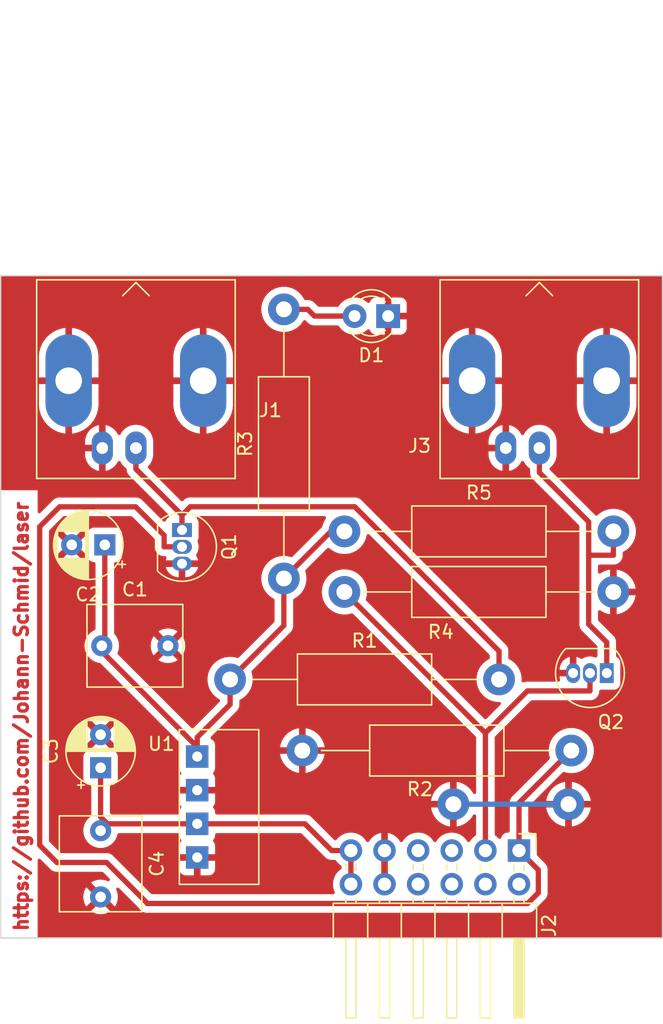
<source format=kicad_pcb>
(kicad_pcb (version 20221018) (generator pcbnew)
  (layers (0 "F.Cu" signal) (31 "B.Cu" signal) (34 "B.Paste" user) (35 "F.Paste" user) (36 "B.SilkS" user "B.Silkscreen") (37 "F.SilkS" user "F.Silkscreen") (38 "B.Mask" user) (39 "F.Mask" user) (44 "Edge.Cuts" user))
  (net 0 "")
  (net 1 "+5V")
  (net 2 "GND")
  (net 3 "Net-(D1-A)")
  (net 4 "Net-(J1-In)")
  (net 5 "Net-(J2-Pin_1)")
  (net 7 "LaserIn")
  (net 13 "+3.3V")
  (net 14 "Net-(J3-In)")
  (footprint "Connector_PinHeader_2.54mm:PinHeader_2x06_P2.54mm_Horizontal" (layer "F.Cu") (at 163.56 119.6 -90)
    (fp_text reference "J2" (at 5.655 -2.27 90) (layer "F.SilkS"))
    (fp_text value "Conn_02x06")
    (fp_line (start -1.27 -1.27) (end 0 -1.27) (stroke (width 0.12)) (layer "F.SilkS"))
    (fp_line (start -1.27 0) (end -1.27 -1.27) (stroke (width 0.12)) (layer "F.SilkS"))
    (fp_line (start 1.042929 2.16) (end 1.497071 2.16) (stroke (width 0.12)) (layer "F.SilkS"))
    (fp_line (start 1.042929 2.92) (end 1.497071 2.92) (stroke (width 0.12)) (layer "F.SilkS"))
    (fp_line (start 1.042929 4.7) (end 1.497071 4.7) (stroke (width 0.12)) (layer "F.SilkS"))
    (fp_line (start 1.042929 5.46) (end 1.497071 5.46) (stroke (width 0.12)) (layer "F.SilkS"))
    (fp_line (start 1.042929 7.24) (end 1.497071 7.24) (stroke (width 0.12)) (layer "F.SilkS"))
    (fp_line (start 1.042929 8) (end 1.497071 8) (stroke (width 0.12)) (layer "F.SilkS"))
    (fp_line (start 1.042929 9.78) (end 1.497071 9.78) (stroke (width 0.12)) (layer "F.SilkS"))
    (fp_line (start 1.042929 10.54) (end 1.497071 10.54) (stroke (width 0.12)) (layer "F.SilkS"))
    (fp_line (start 1.042929 12.32) (end 1.497071 12.32) (stroke (width 0.12)) (layer "F.SilkS"))
    (fp_line (start 1.042929 13.08) (end 1.497071 13.08) (stroke (width 0.12)) (layer "F.SilkS"))
    (fp_line (start 1.11 -0.38) (end 1.497071 -0.38) (stroke (width 0.12)) (layer "F.SilkS"))
    (fp_line (start 1.11 0.38) (end 1.497071 0.38) (stroke (width 0.12)) (layer "F.SilkS"))
    (fp_line (start 3.582929 -0.38) (end 3.98 -0.38) (stroke (width 0.12)) (layer "F.SilkS"))
    (fp_line (start 3.582929 0.38) (end 3.98 0.38) (stroke (width 0.12)) (layer "F.SilkS"))
    (fp_line (start 3.582929 2.16) (end 3.98 2.16) (stroke (width 0.12)) (layer "F.SilkS"))
    (fp_line (start 3.582929 2.92) (end 3.98 2.92) (stroke (width 0.12)) (layer "F.SilkS"))
    (fp_line (start 3.582929 4.7) (end 3.98 4.7) (stroke (width 0.12)) (layer "F.SilkS"))
    (fp_line (start 3.582929 5.46) (end 3.98 5.46) (stroke (width 0.12)) (layer "F.SilkS"))
    (fp_line (start 3.582929 7.24) (end 3.98 7.24) (stroke (width 0.12)) (layer "F.SilkS"))
    (fp_line (start 3.582929 8) (end 3.98 8) (stroke (width 0.12)) (layer "F.SilkS"))
    (fp_line (start 3.582929 9.78) (end 3.98 9.78) (stroke (width 0.12)) (layer "F.SilkS"))
    (fp_line (start 3.582929 10.54) (end 3.98 10.54) (stroke (width 0.12)) (layer "F.SilkS"))
    (fp_line (start 3.582929 12.32) (end 3.98 12.32) (stroke (width 0.12)) (layer "F.SilkS"))
    (fp_line (start 3.582929 13.08) (end 3.98 13.08) (stroke (width 0.12)) (layer "F.SilkS"))
    (fp_line (start 3.98 -1.33) (end 3.98 14.03) (stroke (width 0.12)) (layer "F.SilkS"))
    (fp_line (start 3.98 1.27) (end 6.64 1.27) (stroke (width 0.12)) (layer "F.SilkS"))
    (fp_line (start 3.98 3.81) (end 6.64 3.81) (stroke (width 0.12)) (layer "F.SilkS"))
    (fp_line (start 3.98 6.35) (end 6.64 6.35) (stroke (width 0.12)) (layer "F.SilkS"))
    (fp_line (start 3.98 8.89) (end 6.64 8.89) (stroke (width 0.12)) (layer "F.SilkS"))
    (fp_line (start 3.98 11.43) (end 6.64 11.43) (stroke (width 0.12)) (layer "F.SilkS"))
    (fp_line (start 3.98 14.03) (end 6.64 14.03) (stroke (width 0.12)) (layer "F.SilkS"))
    (fp_line (start 6.64 -1.33) (end 3.98 -1.33) (stroke (width 0.12)) (layer "F.SilkS"))
    (fp_line (start 6.64 -0.38) (end 12.64 -0.38) (stroke (width 0.12)) (layer "F.SilkS"))
    (fp_line (start 6.64 -0.32) (end 12.64 -0.32) (stroke (width 0.12)) (layer "F.SilkS"))
    (fp_line (start 6.64 -0.2) (end 12.64 -0.2) (stroke (width 0.12)) (layer "F.SilkS"))
    (fp_line (start 6.64 -0.08) (end 12.64 -0.08) (stroke (width 0.12)) (layer "F.SilkS"))
    (fp_line (start 6.64 0.04) (end 12.64 0.04) (stroke (width 0.12)) (layer "F.SilkS"))
    (fp_line (start 6.64 0.16) (end 12.64 0.16) (stroke (width 0.12)) (layer "F.SilkS"))
    (fp_line (start 6.64 0.28) (end 12.64 0.28) (stroke (width 0.12)) (layer "F.SilkS"))
    (fp_line (start 6.64 2.16) (end 12.64 2.16) (stroke (width 0.12)) (layer "F.SilkS"))
    (fp_line (start 6.64 4.7) (end 12.64 4.7) (stroke (width 0.12)) (layer "F.SilkS"))
    (fp_line (start 6.64 7.24) (end 12.64 7.24) (stroke (width 0.12)) (layer "F.SilkS"))
    (fp_line (start 6.64 9.78) (end 12.64 9.78) (stroke (width 0.12)) (layer "F.SilkS"))
    (fp_line (start 6.64 12.32) (end 12.64 12.32) (stroke (width 0.12)) (layer "F.SilkS"))
    (fp_line (start 6.64 14.03) (end 6.64 -1.33) (stroke (width 0.12)) (layer "F.SilkS"))
    (fp_line (start 12.64 -0.38) (end 12.64 0.38) (stroke (width 0.12)) (layer "F.SilkS"))
    (fp_line (start 12.64 0.38) (end 6.64 0.38) (stroke (width 0.12)) (layer "F.SilkS"))
    (fp_line (start 12.64 2.16) (end 12.64 2.92) (stroke (width 0.12)) (layer "F.SilkS"))
    (fp_line (start 12.64 2.92) (end 6.64 2.92) (stroke (width 0.12)) (layer "F.SilkS"))
    (fp_line (start 12.64 4.7) (end 12.64 5.46) (stroke (width 0.12)) (layer "F.SilkS"))
    (fp_line (start 12.64 5.46) (end 6.64 5.46) (stroke (width 0.12)) (layer "F.SilkS"))
    (fp_line (start 12.64 7.24) (end 12.64 8) (stroke (width 0.12)) (layer "F.SilkS"))
    (fp_line (start 12.64 8) (end 6.64 8) (stroke (width 0.12)) (layer "F.SilkS"))
    (fp_line (start 12.64 9.78) (end 12.64 10.54) (stroke (width 0.12)) (layer "F.SilkS"))
    (fp_line (start 12.64 10.54) (end 6.64 10.54) (stroke (width 0.12)) (layer "F.SilkS"))
    (fp_line (start 12.64 12.32) (end 12.64 13.08) (stroke (width 0.12)) (layer "F.SilkS"))
    (fp_line (start 12.64 13.08) (end 6.64 13.08) (stroke (width 0.12)) (layer "F.SilkS"))
    (pad "1" thru_hole rect (at 0 0 270) (size 1.7 1.7) (drill 1) (layers "*.Cu" "*.Mask") (net 5 "Net-(J2-Pin_1)"))
    (pad "2" thru_hole oval (at 2.54 0 270) (size 1.7 1.7) (drill 1) (layers "*.Cu" "*.Mask"))
    (pad "3" thru_hole oval (at 0 2.54 270) (size 1.7 1.7) (drill 1) (layers "*.Cu" "*.Mask") (net 7 "LaserIn"))
    (pad "4" thru_hole oval (at 2.54 2.54 270) (size 1.7 1.7) (drill 1) (layers "*.Cu" "*.Mask"))
    (pad "5" thru_hole oval (at 0 5.08 270) (size 1.7 1.7) (drill 1) (layers "*.Cu" "*.Mask"))
    (pad "6" thru_hole oval (at 2.54 5.08 270) (size 1.7 1.7) (drill 1) (layers "*.Cu" "*.Mask"))
    (pad "7" thru_hole oval (at 0 7.62 270) (size 1.7 1.7) (drill 1) (layers "*.Cu" "*.Mask"))
    (pad "8" thru_hole oval (at 2.54 7.62 270) (size 1.7 1.7) (drill 1) (layers "*.Cu" "*.Mask"))
    (pad "9" thru_hole oval (at 0 10.16 270) (size 1.7 1.7) (drill 1) (layers "*.Cu" "*.Mask") (net 2 "GND"))
    (pad "10" thru_hole oval (at 2.54 10.16 270) (size 1.7 1.7) (drill 1) (layers "*.Cu" "*.Mask") (net 2 "GND"))
    (pad "11" thru_hole oval (at 0 12.7 270) (size 1.7 1.7) (drill 1) (layers "*.Cu" "*.Mask") (net 13 "+3.3V"))
    (pad "12" thru_hole oval (at 2.54 12.7 270) (size 1.7 1.7) (drill 1) (layers "*.Cu" "*.Mask") (net 13 "+3.3V"))
  )
  (footprint "" (layer "F.Cu") (at 167.3 116.1)
    (fp_text reference "" (at 0 0) (layer "F.SilkS") (effects (font (size 1.27 1.27))))
    (fp_text value "" (at 0 0) (layer "F.SilkS") (effects (font (size 1.27 1.27))))
    (pad "2" thru_hole oval (at 0 0 180) (size 2.4 2.4) (drill 1.2) (layers "*.Cu" "*.Mask") (net 2 "GND"))
  )
  (footprint "" (layer "F.Cu") (at 158.6 116.1)
    (fp_text reference "" (at 0 0) (layer "F.SilkS") (effects (font (size 1.27 1.27))))
    (fp_text value "" (at 0 0) (layer "F.SilkS") (effects (font (size 1.27 1.27))))
    (pad "2" thru_hole oval (at 0 0 180) (size 2.4 2.4) (drill 1.2) (layers "*.Cu" "*.Mask") (net 2 "GND"))
  )
  (footprint "Capacitor_THT:CP_Radial_D5.0mm_P2.50mm" (layer "F.Cu") (at 131.95 113.35 90)
    (fp_text reference "C3" (at 1.25 -3.75 90) (layer "F.SilkS"))
    (fp_text value "10u")
    (fp_line (start -1.554775 -1.475) (end -1.054775 -1.475) (stroke (width 0.12)) (layer "F.SilkS"))
    (fp_line (start -1.304775 -1.725) (end -1.304775 -1.225) (stroke (width 0.12)) (layer "F.SilkS"))
    (fp_line (start 1.25 -2.58) (end 1.25 2.58) (stroke (width 0.12)) (layer "F.SilkS"))
    (fp_line (start 1.29 -2.58) (end 1.29 2.58) (stroke (width 0.12)) (layer "F.SilkS"))
    (fp_line (start 1.33 -2.579) (end 1.33 2.579) (stroke (width 0.12)) (layer "F.SilkS"))
    (fp_line (start 1.37 -2.578) (end 1.37 2.578) (stroke (width 0.12)) (layer "F.SilkS"))
    (fp_line (start 1.41 -2.576) (end 1.41 2.576) (stroke (width 0.12)) (layer "F.SilkS"))
    (fp_line (start 1.45 -2.573) (end 1.45 2.573) (stroke (width 0.12)) (layer "F.SilkS"))
    (fp_line (start 1.49 -2.569) (end 1.49 -1.04) (stroke (width 0.12)) (layer "F.SilkS"))
    (fp_line (start 1.49 1.04) (end 1.49 2.569) (stroke (width 0.12)) (layer "F.SilkS"))
    (fp_line (start 1.53 -2.565) (end 1.53 -1.04) (stroke (width 0.12)) (layer "F.SilkS"))
    (fp_line (start 1.53 1.04) (end 1.53 2.565) (stroke (width 0.12)) (layer "F.SilkS"))
    (fp_line (start 1.57 -2.561) (end 1.57 -1.04) (stroke (width 0.12)) (layer "F.SilkS"))
    (fp_line (start 1.57 1.04) (end 1.57 2.561) (stroke (width 0.12)) (layer "F.SilkS"))
    (fp_line (start 1.61 -2.556) (end 1.61 -1.04) (stroke (width 0.12)) (layer "F.SilkS"))
    (fp_line (start 1.61 1.04) (end 1.61 2.556) (stroke (width 0.12)) (layer "F.SilkS"))
    (fp_line (start 1.65 -2.55) (end 1.65 -1.04) (stroke (width 0.12)) (layer "F.SilkS"))
    (fp_line (start 1.65 1.04) (end 1.65 2.55) (stroke (width 0.12)) (layer "F.SilkS"))
    (fp_line (start 1.69 -2.543) (end 1.69 -1.04) (stroke (width 0.12)) (layer "F.SilkS"))
    (fp_line (start 1.69 1.04) (end 1.69 2.543) (stroke (width 0.12)) (layer "F.SilkS"))
    (fp_line (start 1.73 -2.536) (end 1.73 -1.04) (stroke (width 0.12)) (layer "F.SilkS"))
    (fp_line (start 1.73 1.04) (end 1.73 2.536) (stroke (width 0.12)) (layer "F.SilkS"))
    (fp_line (start 1.77 -2.528) (end 1.77 -1.04) (stroke (width 0.12)) (layer "F.SilkS"))
    (fp_line (start 1.77 1.04) (end 1.77 2.528) (stroke (width 0.12)) (layer "F.SilkS"))
    (fp_line (start 1.81 -2.52) (end 1.81 -1.04) (stroke (width 0.12)) (layer "F.SilkS"))
    (fp_line (start 1.81 1.04) (end 1.81 2.52) (stroke (width 0.12)) (layer "F.SilkS"))
    (fp_line (start 1.85 -2.511) (end 1.85 -1.04) (stroke (width 0.12)) (layer "F.SilkS"))
    (fp_line (start 1.85 1.04) (end 1.85 2.511) (stroke (width 0.12)) (layer "F.SilkS"))
    (fp_line (start 1.89 -2.501) (end 1.89 -1.04) (stroke (width 0.12)) (layer "F.SilkS"))
    (fp_line (start 1.89 1.04) (end 1.89 2.501) (stroke (width 0.12)) (layer "F.SilkS"))
    (fp_line (start 1.93 -2.491) (end 1.93 -1.04) (stroke (width 0.12)) (layer "F.SilkS"))
    (fp_line (start 1.93 1.04) (end 1.93 2.491) (stroke (width 0.12)) (layer "F.SilkS"))
    (fp_line (start 1.971 -2.48) (end 1.971 -1.04) (stroke (width 0.12)) (layer "F.SilkS"))
    (fp_line (start 1.971 1.04) (end 1.971 2.48) (stroke (width 0.12)) (layer "F.SilkS"))
    (fp_line (start 2.011 -2.468) (end 2.011 -1.04) (stroke (width 0.12)) (layer "F.SilkS"))
    (fp_line (start 2.011 1.04) (end 2.011 2.468) (stroke (width 0.12)) (layer "F.SilkS"))
    (fp_line (start 2.051 -2.455) (end 2.051 -1.04) (stroke (width 0.12)) (layer "F.SilkS"))
    (fp_line (start 2.051 1.04) (end 2.051 2.455) (stroke (width 0.12)) (layer "F.SilkS"))
    (fp_line (start 2.091 -2.442) (end 2.091 -1.04) (stroke (width 0.12)) (layer "F.SilkS"))
    (fp_line (start 2.091 1.04) (end 2.091 2.442) (stroke (width 0.12)) (layer "F.SilkS"))
    (fp_line (start 2.131 -2.428) (end 2.131 -1.04) (stroke (width 0.12)) (layer "F.SilkS"))
    (fp_line (start 2.131 1.04) (end 2.131 2.428) (stroke (width 0.12)) (layer "F.SilkS"))
    (fp_line (start 2.171 -2.414) (end 2.171 -1.04) (stroke (width 0.12)) (layer "F.SilkS"))
    (fp_line (start 2.171 1.04) (end 2.171 2.414) (stroke (width 0.12)) (layer "F.SilkS"))
    (fp_line (start 2.211 -2.398) (end 2.211 -1.04) (stroke (width 0.12)) (layer "F.SilkS"))
    (fp_line (start 2.211 1.04) (end 2.211 2.398) (stroke (width 0.12)) (layer "F.SilkS"))
    (fp_line (start 2.251 -2.382) (end 2.251 -1.04) (stroke (width 0.12)) (layer "F.SilkS"))
    (fp_line (start 2.251 1.04) (end 2.251 2.382) (stroke (width 0.12)) (layer "F.SilkS"))
    (fp_line (start 2.291 -2.365) (end 2.291 -1.04) (stroke (width 0.12)) (layer "F.SilkS"))
    (fp_line (start 2.291 1.04) (end 2.291 2.365) (stroke (width 0.12)) (layer "F.SilkS"))
    (fp_line (start 2.331 -2.348) (end 2.331 -1.04) (stroke (width 0.12)) (layer "F.SilkS"))
    (fp_line (start 2.331 1.04) (end 2.331 2.348) (stroke (width 0.12)) (layer "F.SilkS"))
    (fp_line (start 2.371 -2.329) (end 2.371 -1.04) (stroke (width 0.12)) (layer "F.SilkS"))
    (fp_line (start 2.371 1.04) (end 2.371 2.329) (stroke (width 0.12)) (layer "F.SilkS"))
    (fp_line (start 2.411 -2.31) (end 2.411 -1.04) (stroke (width 0.12)) (layer "F.SilkS"))
    (fp_line (start 2.411 1.04) (end 2.411 2.31) (stroke (width 0.12)) (layer "F.SilkS"))
    (fp_line (start 2.451 -2.29) (end 2.451 -1.04) (stroke (width 0.12)) (layer "F.SilkS"))
    (fp_line (start 2.451 1.04) (end 2.451 2.29) (stroke (width 0.12)) (layer "F.SilkS"))
    (fp_line (start 2.491 -2.268) (end 2.491 -1.04) (stroke (width 0.12)) (layer "F.SilkS"))
    (fp_line (start 2.491 1.04) (end 2.491 2.268) (stroke (width 0.12)) (layer "F.SilkS"))
    (fp_line (start 2.531 -2.247) (end 2.531 -1.04) (stroke (width 0.12)) (layer "F.SilkS"))
    (fp_line (start 2.531 1.04) (end 2.531 2.247) (stroke (width 0.12)) (layer "F.SilkS"))
    (fp_line (start 2.571 -2.224) (end 2.571 -1.04) (stroke (width 0.12)) (layer "F.SilkS"))
    (fp_line (start 2.571 1.04) (end 2.571 2.224) (stroke (width 0.12)) (layer "F.SilkS"))
    (fp_line (start 2.611 -2.2) (end 2.611 -1.04) (stroke (width 0.12)) (layer "F.SilkS"))
    (fp_line (start 2.611 1.04) (end 2.611 2.2) (stroke (width 0.12)) (layer "F.SilkS"))
    (fp_line (start 2.651 -2.175) (end 2.651 -1.04) (stroke (width 0.12)) (layer "F.SilkS"))
    (fp_line (start 2.651 1.04) (end 2.651 2.175) (stroke (width 0.12)) (layer "F.SilkS"))
    (fp_line (start 2.691 -2.149) (end 2.691 -1.04) (stroke (width 0.12)) (layer "F.SilkS"))
    (fp_line (start 2.691 1.04) (end 2.691 2.149) (stroke (width 0.12)) (layer "F.SilkS"))
    (fp_line (start 2.731 -2.122) (end 2.731 -1.04) (stroke (width 0.12)) (layer "F.SilkS"))
    (fp_line (start 2.731 1.04) (end 2.731 2.122) (stroke (width 0.12)) (layer "F.SilkS"))
    (fp_line (start 2.771 -2.095) (end 2.771 -1.04) (stroke (width 0.12)) (layer "F.SilkS"))
    (fp_line (start 2.771 1.04) (end 2.771 2.095) (stroke (width 0.12)) (layer "F.SilkS"))
    (fp_line (start 2.811 -2.065) (end 2.811 -1.04) (stroke (width 0.12)) (layer "F.SilkS"))
    (fp_line (start 2.811 1.04) (end 2.811 2.065) (stroke (width 0.12)) (layer "F.SilkS"))
    (fp_line (start 2.851 -2.035) (end 2.851 -1.04) (stroke (width 0.12)) (layer "F.SilkS"))
    (fp_line (start 2.851 1.04) (end 2.851 2.035) (stroke (width 0.12)) (layer "F.SilkS"))
    (fp_line (start 2.891 -2.004) (end 2.891 -1.04) (stroke (width 0.12)) (layer "F.SilkS"))
    (fp_line (start 2.891 1.04) (end 2.891 2.004) (stroke (width 0.12)) (layer "F.SilkS"))
    (fp_line (start 2.931 -1.971) (end 2.931 -1.04) (stroke (width 0.12)) (layer "F.SilkS"))
    (fp_line (start 2.931 1.04) (end 2.931 1.971) (stroke (width 0.12)) (layer "F.SilkS"))
    (fp_line (start 2.971 -1.937) (end 2.971 -1.04) (stroke (width 0.12)) (layer "F.SilkS"))
    (fp_line (start 2.971 1.04) (end 2.971 1.937) (stroke (width 0.12)) (layer "F.SilkS"))
    (fp_line (start 3.011 -1.901) (end 3.011 -1.04) (stroke (width 0.12)) (layer "F.SilkS"))
    (fp_line (start 3.011 1.04) (end 3.011 1.901) (stroke (width 0.12)) (layer "F.SilkS"))
    (fp_line (start 3.051 -1.864) (end 3.051 -1.04) (stroke (width 0.12)) (layer "F.SilkS"))
    (fp_line (start 3.051 1.04) (end 3.051 1.864) (stroke (width 0.12)) (layer "F.SilkS"))
    (fp_line (start 3.091 -1.826) (end 3.091 -1.04) (stroke (width 0.12)) (layer "F.SilkS"))
    (fp_line (start 3.091 1.04) (end 3.091 1.826) (stroke (width 0.12)) (layer "F.SilkS"))
    (fp_line (start 3.131 -1.785) (end 3.131 -1.04) (stroke (width 0.12)) (layer "F.SilkS"))
    (fp_line (start 3.131 1.04) (end 3.131 1.785) (stroke (width 0.12)) (layer "F.SilkS"))
    (fp_line (start 3.171 -1.743) (end 3.171 -1.04) (stroke (width 0.12)) (layer "F.SilkS"))
    (fp_line (start 3.171 1.04) (end 3.171 1.743) (stroke (width 0.12)) (layer "F.SilkS"))
    (fp_line (start 3.211 -1.699) (end 3.211 -1.04) (stroke (width 0.12)) (layer "F.SilkS"))
    (fp_line (start 3.211 1.04) (end 3.211 1.699) (stroke (width 0.12)) (layer "F.SilkS"))
    (fp_line (start 3.251 -1.653) (end 3.251 -1.04) (stroke (width 0.12)) (layer "F.SilkS"))
    (fp_line (start 3.251 1.04) (end 3.251 1.653) (stroke (width 0.12)) (layer "F.SilkS"))
    (fp_line (start 3.291 -1.605) (end 3.291 -1.04) (stroke (width 0.12)) (layer "F.SilkS"))
    (fp_line (start 3.291 1.04) (end 3.291 1.605) (stroke (width 0.12)) (layer "F.SilkS"))
    (fp_line (start 3.331 -1.554) (end 3.331 -1.04) (stroke (width 0.12)) (layer "F.SilkS"))
    (fp_line (start 3.331 1.04) (end 3.331 1.554) (stroke (width 0.12)) (layer "F.SilkS"))
    (fp_line (start 3.371 -1.5) (end 3.371 -1.04) (stroke (width 0.12)) (layer "F.SilkS"))
    (fp_line (start 3.371 1.04) (end 3.371 1.5) (stroke (width 0.12)) (layer "F.SilkS"))
    (fp_line (start 3.411 -1.443) (end 3.411 -1.04) (stroke (width 0.12)) (layer "F.SilkS"))
    (fp_line (start 3.411 1.04) (end 3.411 1.443) (stroke (width 0.12)) (layer "F.SilkS"))
    (fp_line (start 3.451 -1.383) (end 3.451 -1.04) (stroke (width 0.12)) (layer "F.SilkS"))
    (fp_line (start 3.451 1.04) (end 3.451 1.383) (stroke (width 0.12)) (layer "F.SilkS"))
    (fp_line (start 3.491 -1.319) (end 3.491 -1.04) (stroke (width 0.12)) (layer "F.SilkS"))
    (fp_line (start 3.491 1.04) (end 3.491 1.319) (stroke (width 0.12)) (layer "F.SilkS"))
    (fp_line (start 3.531 -1.251) (end 3.531 -1.04) (stroke (width 0.12)) (layer "F.SilkS"))
    (fp_line (start 3.531 1.04) (end 3.531 1.251) (stroke (width 0.12)) (layer "F.SilkS"))
    (fp_line (start 3.571 -1.178) (end 3.571 1.178) (stroke (width 0.12)) (layer "F.SilkS"))
    (fp_line (start 3.611 -1.098) (end 3.611 1.098) (stroke (width 0.12)) (layer "F.SilkS"))
    (fp_line (start 3.651 -1.011) (end 3.651 1.011) (stroke (width 0.12)) (layer "F.SilkS"))
    (fp_line (start 3.691 -0.915) (end 3.691 0.915) (stroke (width 0.12)) (layer "F.SilkS"))
    (fp_line (start 3.731 -0.805) (end 3.731 0.805) (stroke (width 0.12)) (layer "F.SilkS"))
    (fp_line (start 3.771 -0.677) (end 3.771 0.677) (stroke (width 0.12)) (layer "F.SilkS"))
    (fp_line (start 3.811 -0.518) (end 3.811 0.518) (stroke (width 0.12)) (layer "F.SilkS"))
    (fp_line (start 3.851 -0.284) (end 3.851 0.284) (stroke (width 0.12)) (layer "F.SilkS"))
    (fp_circle (center 1.25 0) (end 3.87 0) (stroke (width 0.12)) (fill none) (layer "F.SilkS"))
    (pad "1" thru_hole rect (at 0 0 90) (size 1.6 1.6) (drill 0.8) (layers "*.Cu" "*.Mask") (net 13 "+3.3V"))
    (pad "2" thru_hole circle (at 2.5 0 90) (size 1.6 1.6) (drill 0.8) (layers "*.Cu" "*.Mask") (net 2 "GND"))
  )
  (footprint "Resistor_THT:R_Axial_DIN0411_L9.9mm_D3.6mm_P20.32mm_Horizontal" (layer "F.Cu") (at 145.796 99.06 90)
    (fp_text reference "R3" (at 10.16 -2.92 90) (layer "F.SilkS"))
    (fp_text value "1.5k")
    (fp_line (start 1.44 0) (end 5.09 0) (stroke (width 0.12)) (layer "F.SilkS"))
    (fp_line (start 5.09 -1.92) (end 5.09 1.92) (stroke (width 0.12)) (layer "F.SilkS"))
    (fp_line (start 5.09 1.92) (end 15.23 1.92) (stroke (width 0.12)) (layer "F.SilkS"))
    (fp_line (start 15.23 -1.92) (end 5.09 -1.92) (stroke (width 0.12)) (layer "F.SilkS"))
    (fp_line (start 15.23 1.92) (end 15.23 -1.92) (stroke (width 0.12)) (layer "F.SilkS"))
    (fp_line (start 18.88 0) (end 15.23 0) (stroke (width 0.12)) (layer "F.SilkS"))
    (pad "1" thru_hole circle (at 0 0 90) (size 2.4 2.4) (drill 1.2) (layers "*.Cu" "*.Mask") (net 1 "+5V"))
    (pad "2" thru_hole oval (at 20.32 0 90) (size 2.4 2.4) (drill 1.2) (layers "*.Cu" "*.Mask") (net 3 "Net-(D1-A)"))
  )
  (footprint "Connector_Coaxial:BNC_Amphenol_B6252HB-NPP3G-50_Horizontal" (layer "F.Cu") (at 134.62 89.21)
    (fp_text reference "J1" (at 10.16 -2.85) (layer "F.SilkS"))
    (fp_text value "Conn_Coaxial")
    (fp_line (start -7.5 -12.7) (end 7.5 -12.7) (stroke (width 0.12)) (layer "F.SilkS"))
    (fp_line (start -7.5 2.3) (end -7.5 -12.7) (stroke (width 0.12)) (layer "F.SilkS"))
    (fp_line (start 0 -12.5) (end -1 -11.5) (stroke (width 0.12)) (layer "F.SilkS"))
    (fp_line (start 0 -12.5) (end 1 -11.5) (stroke (width 0.12)) (layer "F.SilkS"))
    (fp_line (start 7.5 -12.7) (end 7.5 2.3) (stroke (width 0.12)) (layer "F.SilkS"))
    (fp_line (start 7.5 2.3) (end -7.5 2.3) (stroke (width 0.12)) (layer "F.SilkS"))
    (pad "1" thru_hole oval (at 0 0) (size 1.6 2.5) (drill 0.89) (layers "*.Cu" "*.Mask") (net 4 "Net-(J1-In)"))
    (pad "2" thru_hole oval (at -5.08 -5.08) (size 3.5 7) (drill 2.01) (layers "*.Cu" "*.Mask") (net 2 "GND"))
    (pad "2" thru_hole oval (at -2.54 0) (size 1.6 2.5) (drill 0.89) (layers "*.Cu" "*.Mask") (net 2 "GND"))
    (pad "2" thru_hole oval (at 5.08 -5.08) (size 3.5 7) (drill 2.01) (layers "*.Cu" "*.Mask") (net 2 "GND"))
  )
  (footprint "Resistor_THT:R_Axial_DIN0411_L9.9mm_D3.6mm_P20.32mm_Horizontal" (layer "F.Cu") (at 167.51 112.05 180)
    (fp_text reference "R2" (at 11.444 -2.924) (layer "F.SilkS"))
    (fp_text value "1M")
    (fp_line (start 1.44 0) (end 5.09 0) (stroke (width 0.12)) (layer "F.SilkS"))
    (fp_line (start 5.09 -1.92) (end 5.09 1.92) (stroke (width 0.12)) (layer "F.SilkS"))
    (fp_line (start 5.09 1.92) (end 15.23 1.92) (stroke (width 0.12)) (layer "F.SilkS"))
    (fp_line (start 15.23 -1.92) (end 5.09 -1.92) (stroke (width 0.12)) (layer "F.SilkS"))
    (fp_line (start 15.23 1.92) (end 15.23 -1.92) (stroke (width 0.12)) (layer "F.SilkS"))
    (fp_line (start 18.88 0) (end 15.23 0) (stroke (width 0.12)) (layer "F.SilkS"))
    (pad "1" thru_hole circle (at 0 0 180) (size 2.4 2.4) (drill 1.2) (layers "*.Cu" "*.Mask") (net 5 "Net-(J2-Pin_1)"))
    (pad "2" thru_hole oval (at 20.32 0 180) (size 2.4 2.4) (drill 1.2) (layers "*.Cu" "*.Mask") (net 2 "GND"))
  )
  (footprint "Package_TO_SOT_THT:TO-92_Inline" (layer "F.Cu") (at 170.19 106.2 180)
    (fp_text reference "Q2" (at -0.31 -3.7) (layer "F.SilkS"))
    (fp_text value "BS170")
    (fp_line (start -0.53 1.85) (end 3.07 1.85) (stroke (width 0.12)) (layer "F.SilkS"))
    (fp_arc (start -0.568478 1.838478) (mid -1.132087 -0.994977) (end 1.27 -2.6) (stroke (width 0.12)) (layer "F.SilkS"))
    (fp_arc (start 1.27 -2.6) (mid 3.672087 -0.994977) (end 3.108478 1.838478) (stroke (width 0.12)) (layer "F.SilkS"))
    (pad "1" thru_hole rect (at 0 0 180) (size 1.05 1.5) (drill 0.75) (layers "*.Cu" "*.Mask") (net 14 "Net-(J3-In)"))
    (pad "2" thru_hole oval (at 1.27 0 180) (size 1.05 1.5) (drill 0.75) (layers "*.Cu" "*.Mask") (net 7 "LaserIn"))
    (pad "3" thru_hole oval (at 2.54 0 180) (size 1.05 1.5) (drill 0.75) (layers "*.Cu" "*.Mask") (net 2 "GND"))
  )
  (footprint "LED_THT:LED_D3.0mm" (layer "F.Cu") (at 153.675 79.248 180)
    (fp_text reference "D1" (at 1.27 -2.96) (layer "F.SilkS"))
    (fp_text value "LED")
    (fp_line (start -0.29 -1.236) (end -0.29 -1.08) (stroke (width 0.12)) (layer "F.SilkS"))
    (fp_line (start -0.29 1.08) (end -0.29 1.236) (stroke (width 0.12)) (layer "F.SilkS"))
    (fp_arc (start -0.29 -1.235516) (mid 1.366487 -1.987659) (end 2.942335 -1.078608) (stroke (width 0.12)) (layer "F.SilkS"))
    (fp_arc (start 0.229039 -1.08) (mid 1.270117 -1.5) (end 2.31113 -1.079837) (stroke (width 0.12)) (layer "F.SilkS"))
    (fp_arc (start 2.31113 1.079837) (mid 1.270117 1.5) (end 0.229039 1.08) (stroke (width 0.12)) (layer "F.SilkS"))
    (fp_arc (start 2.942335 1.078608) (mid 1.366487 1.987659) (end -0.29 1.235516) (stroke (width 0.12)) (layer "F.SilkS"))
    (pad "1" thru_hole rect (at 0 0 180) (size 1.8 1.8) (drill 0.9) (layers "*.Cu" "*.Mask") (net 2 "GND"))
    (pad "2" thru_hole circle (at 2.54 0 180) (size 1.8 1.8) (drill 0.9) (layers "*.Cu" "*.Mask") (net 3 "Net-(D1-A)"))
  )
  (footprint "Connector_Coaxial:BNC_Amphenol_B6252HB-NPP3G-50_Horizontal" (layer "F.Cu") (at 165.1 89.21)
    (fp_text reference "J3" (at -9.05 -0.16) (layer "F.SilkS"))
    (fp_text value "Conn_Coaxial")
    (fp_line (start -7.5 -12.7) (end 7.5 -12.7) (stroke (width 0.12)) (layer "F.SilkS"))
    (fp_line (start -7.5 2.3) (end -7.5 -12.7) (stroke (width 0.12)) (layer "F.SilkS"))
    (fp_line (start 0 -12.5) (end -1 -11.5) (stroke (width 0.12)) (layer "F.SilkS"))
    (fp_line (start 0 -12.5) (end 1 -11.5) (stroke (width 0.12)) (layer "F.SilkS"))
    (fp_line (start 7.5 -12.7) (end 7.5 2.3) (stroke (width 0.12)) (layer "F.SilkS"))
    (fp_line (start 7.5 2.3) (end -7.5 2.3) (stroke (width 0.12)) (layer "F.SilkS"))
    (pad "1" thru_hole oval (at 0 0) (size 1.6 2.5) (drill 0.89) (layers "*.Cu" "*.Mask") (net 14 "Net-(J3-In)"))
    (pad "2" thru_hole oval (at -5.08 -5.08) (size 3.5 7) (drill 2.01) (layers "*.Cu" "*.Mask") (net 2 "GND"))
    (pad "2" thru_hole oval (at -2.54 0) (size 1.6 2.5) (drill 0.89) (layers "*.Cu" "*.Mask") (net 2 "GND"))
    (pad "2" thru_hole oval (at 5.08 -5.08) (size 3.5 7) (drill 2.01) (layers "*.Cu" "*.Mask") (net 2 "GND"))
  )
  (footprint "Resistor_THT:R_Axial_DIN0411_L9.9mm_D3.6mm_P20.32mm_Horizontal" (layer "F.Cu") (at 141.732 106.68)
    (fp_text reference "R1" (at 10.16 -2.92) (layer "F.SilkS"))
    (fp_text value "1k")
    (fp_line (start 1.44 0) (end 5.09 0) (stroke (width 0.12)) (layer "F.SilkS"))
    (fp_line (start 5.09 -1.92) (end 5.09 1.92) (stroke (width 0.12)) (layer "F.SilkS"))
    (fp_line (start 5.09 1.92) (end 15.23 1.92) (stroke (width 0.12)) (layer "F.SilkS"))
    (fp_line (start 15.23 -1.92) (end 5.09 -1.92) (stroke (width 0.12)) (layer "F.SilkS"))
    (fp_line (start 15.23 1.92) (end 15.23 -1.92) (stroke (width 0.12)) (layer "F.SilkS"))
    (fp_line (start 18.88 0) (end 15.23 0) (stroke (width 0.12)) (layer "F.SilkS"))
    (pad "1" thru_hole circle (at 0 0) (size 2.4 2.4) (drill 1.2) (layers "*.Cu" "*.Mask") (net 1 "+5V"))
    (pad "2" thru_hole oval (at 20.32 0) (size 2.4 2.4) (drill 1.2) (layers "*.Cu" "*.Mask") (net 4 "Net-(J1-In)"))
  )
  (footprint "Capacitor_THT:C_Rect_L7.0mm_W6.0mm_P5.00mm" (layer "F.Cu") (at 132.04 104.14)
    (fp_text reference "C1" (at 2.5 -4.25) (layer "F.SilkS"))
    (fp_text value "100n")
    (fp_line (start -1.12 -3.12) (end -1.12 3.12) (stroke (width 0.12)) (layer "F.SilkS"))
    (fp_line (start -1.12 -3.12) (end 6.12 -3.12) (stroke (width 0.12)) (layer "F.SilkS"))
    (fp_line (start -1.12 3.12) (end 6.12 3.12) (stroke (width 0.12)) (layer "F.SilkS"))
    (fp_line (start 6.12 -3.12) (end 6.12 3.12) (stroke (width 0.12)) (layer "F.SilkS"))
    (pad "1" thru_hole circle (at 0 0) (size 1.6 1.6) (drill 0.8) (layers "*.Cu" "*.Mask") (net 1 "+5V"))
    (pad "2" thru_hole circle (at 5 0) (size 1.6 1.6) (drill 0.8) (layers "*.Cu" "*.Mask") (net 2 "GND"))
  )
  (footprint "tba1-0311:tba1-0311" (layer "F.Cu") (at 137.9 110.4725)
    (fp_text reference "U1" (at -1.3625 1.0775 unlocked) (layer "F.SilkS"))
    (fp_text value "~")
    (fp_rect (start 0 0) (end 6 11.68) (stroke (width 0.12)) (fill none) (layer "F.SilkS"))
    (pad "1" thru_hole rect (at 1.35 9.65) (size 1.7 1.7) (drill 0.762) (layers "*.Cu" "*.Mask") (net 2 "GND"))
    (pad "2" thru_hole rect (at 1.35 7.11) (size 1.7 1.7) (drill 0.762) (layers "*.Cu" "*.Mask") (net 13 "+3.3V"))
    (pad "3" thru_hole rect (at 1.35 4.57) (size 1.7 1.7) (drill 0.762) (layers "*.Cu" "*.Mask") (net 2 "GND"))
    (pad "4" thru_hole rect (at 1.35 2.03) (size 1.7 1.7) (drill 0.762) (layers "*.Cu" "*.Mask") (net 1 "+5V"))
  )
  (footprint "Resistor_THT:R_Axial_DIN0411_L9.9mm_D3.6mm_P20.32mm_Horizontal" (layer "F.Cu") (at 150.368 95.504)
    (fp_text reference "R5" (at 10.16 -2.92) (layer "F.SilkS"))
    (fp_text value "1k")
    (fp_line (start 1.44 0) (end 5.09 0) (stroke (width 0.12)) (layer "F.SilkS"))
    (fp_line (start 5.09 -1.92) (end 5.09 1.92) (stroke (width 0.12)) (layer "F.SilkS"))
    (fp_line (start 5.09 1.92) (end 15.23 1.92) (stroke (width 0.12)) (layer "F.SilkS"))
    (fp_line (start 15.23 -1.92) (end 5.09 -1.92) (stroke (width 0.12)) (layer "F.SilkS"))
    (fp_line (start 15.23 1.92) (end 15.23 -1.92) (stroke (width 0.12)) (layer "F.SilkS"))
    (fp_line (start 18.88 0) (end 15.23 0) (stroke (width 0.12)) (layer "F.SilkS"))
    (pad "1" thru_hole circle (at 0 0) (size 2.4 2.4) (drill 1.2) (layers "*.Cu" "*.Mask") (net 1 "+5V"))
    (pad "2" thru_hole oval (at 20.32 0) (size 2.4 2.4) (drill 1.2) (layers "*.Cu" "*.Mask") (net 14 "Net-(J3-In)"))
  )
  (footprint "Resistor_THT:R_Axial_DIN0411_L9.9mm_D3.6mm_P20.32mm_Horizontal" (layer "F.Cu") (at 150.368 100.076)
    (fp_text reference "R4" (at 7.282 3.024) (layer "F.SilkS"))
    (fp_text value "1M")
    (fp_line (start 1.44 0) (end 5.09 0) (stroke (width 0.12)) (layer "F.SilkS"))
    (fp_line (start 5.09 -1.92) (end 5.09 1.92) (stroke (width 0.12)) (layer "F.SilkS"))
    (fp_line (start 5.09 1.92) (end 15.23 1.92) (stroke (width 0.12)) (layer "F.SilkS"))
    (fp_line (start 15.23 -1.92) (end 5.09 -1.92) (stroke (width 0.12)) (layer "F.SilkS"))
    (fp_line (start 15.23 1.92) (end 15.23 -1.92) (stroke (width 0.12)) (layer "F.SilkS"))
    (fp_line (start 18.88 0) (end 15.23 0) (stroke (width 0.12)) (layer "F.SilkS"))
    (pad "1" thru_hole circle (at 0 0) (size 2.4 2.4) (drill 1.2) (layers "*.Cu" "*.Mask") (net 7 "LaserIn"))
    (pad "2" thru_hole oval (at 20.32 0) (size 2.4 2.4) (drill 1.2) (layers "*.Cu" "*.Mask") (net 2 "GND"))
  )
  (footprint "Capacitor_THT:C_Rect_L7.0mm_W6.0mm_P5.00mm" (layer "F.Cu") (at 131.95 118.1 -90)
    (fp_text reference "C4" (at 2.5 -4.25 90) (layer "F.SilkS"))
    (fp_text value "100n")
    (fp_line (start -1.12 -3.12) (end -1.12 3.12) (stroke (width 0.12)) (layer "F.SilkS"))
    (fp_line (start -1.12 -3.12) (end 6.12 -3.12) (stroke (width 0.12)) (layer "F.SilkS"))
    (fp_line (start -1.12 3.12) (end 6.12 3.12) (stroke (width 0.12)) (layer "F.SilkS"))
    (fp_line (start 6.12 -3.12) (end 6.12 3.12) (stroke (width 0.12)) (layer "F.SilkS"))
    (pad "1" thru_hole circle (at 0 0 270) (size 1.6 1.6) (drill 0.8) (layers "*.Cu" "*.Mask") (net 13 "+3.3V"))
    (pad "2" thru_hole circle (at 5 0 270) (size 1.6 1.6) (drill 0.8) (layers "*.Cu" "*.Mask") (net 2 "GND"))
  )
  (footprint "Package_TO_SOT_THT:TO-92_Inline" (layer "F.Cu") (at 138.1 95.4 -90)
    (fp_text reference "Q1" (at 1.27 -3.56 90) (layer "F.SilkS"))
    (fp_text value "BS170")
    (fp_line (start -0.53 1.85) (end 3.07 1.85) (stroke (width 0.12)) (layer "F.SilkS"))
    (fp_arc (start -0.568478 1.838478) (mid -1.132087 -0.994977) (end 1.27 -2.6) (stroke (width 0.12)) (layer "F.SilkS"))
    (fp_arc (start 1.27 -2.6) (mid 3.672087 -0.994977) (end 3.108478 1.838478) (stroke (width 0.12)) (layer "F.SilkS"))
    (pad "1" thru_hole rect (at 0 0 270) (size 1.05 1.5) (drill 0.75) (layers "*.Cu" "*.Mask") (net 4 "Net-(J1-In)"))
    (pad "2" thru_hole oval (at 1.27 0 270) (size 1.05 1.5) (drill 0.75) (layers "*.Cu" "*.Mask") (net 5 "Net-(J2-Pin_1)"))
    (pad "3" thru_hole oval (at 2.54 0 270) (size 1.05 1.5) (drill 0.75) (layers "*.Cu" "*.Mask") (net 2 "GND"))
  )
  (footprint "Capacitor_THT:CP_Radial_D5.0mm_P2.50mm" (layer "F.Cu") (at 132.2691 96.52 180)
    (fp_text reference "C2" (at 1.25 -3.75) (layer "F.SilkS"))
    (fp_text value "10u")
    (fp_line (start -1.554775 -1.475) (end -1.054775 -1.475) (stroke (width 0.12)) (layer "F.SilkS"))
    (fp_line (start -1.304775 -1.725) (end -1.304775 -1.225) (stroke (width 0.12)) (layer "F.SilkS"))
    (fp_line (start 1.25 -2.58) (end 1.25 2.58) (stroke (width 0.12)) (layer "F.SilkS"))
    (fp_line (start 1.29 -2.58) (end 1.29 2.58) (stroke (width 0.12)) (layer "F.SilkS"))
    (fp_line (start 1.33 -2.579) (end 1.33 2.579) (stroke (width 0.12)) (layer "F.SilkS"))
    (fp_line (start 1.37 -2.578) (end 1.37 2.578) (stroke (width 0.12)) (layer "F.SilkS"))
    (fp_line (start 1.41 -2.576) (end 1.41 2.576) (stroke (width 0.12)) (layer "F.SilkS"))
    (fp_line (start 1.45 -2.573) (end 1.45 2.573) (stroke (width 0.12)) (layer "F.SilkS"))
    (fp_line (start 1.49 -2.569) (end 1.49 -1.04) (stroke (width 0.12)) (layer "F.SilkS"))
    (fp_line (start 1.49 1.04) (end 1.49 2.569) (stroke (width 0.12)) (layer "F.SilkS"))
    (fp_line (start 1.53 -2.565) (end 1.53 -1.04) (stroke (width 0.12)) (layer "F.SilkS"))
    (fp_line (start 1.53 1.04) (end 1.53 2.565) (stroke (width 0.12)) (layer "F.SilkS"))
    (fp_line (start 1.57 -2.561) (end 1.57 -1.04) (stroke (width 0.12)) (layer "F.SilkS"))
    (fp_line (start 1.57 1.04) (end 1.57 2.561) (stroke (width 0.12)) (layer "F.SilkS"))
    (fp_line (start 1.61 -2.556) (end 1.61 -1.04) (stroke (width 0.12)) (layer "F.SilkS"))
    (fp_line (start 1.61 1.04) (end 1.61 2.556) (stroke (width 0.12)) (layer "F.SilkS"))
    (fp_line (start 1.65 -2.55) (end 1.65 -1.04) (stroke (width 0.12)) (layer "F.SilkS"))
    (fp_line (start 1.65 1.04) (end 1.65 2.55) (stroke (width 0.12)) (layer "F.SilkS"))
    (fp_line (start 1.69 -2.543) (end 1.69 -1.04) (stroke (width 0.12)) (layer "F.SilkS"))
    (fp_line (start 1.69 1.04) (end 1.69 2.543) (stroke (width 0.12)) (layer "F.SilkS"))
    (fp_line (start 1.73 -2.536) (end 1.73 -1.04) (stroke (width 0.12)) (layer "F.SilkS"))
    (fp_line (start 1.73 1.04) (end 1.73 2.536) (stroke (width 0.12)) (layer "F.SilkS"))
    (fp_line (start 1.77 -2.528) (end 1.77 -1.04) (stroke (width 0.12)) (layer "F.SilkS"))
    (fp_line (start 1.77 1.04) (end 1.77 2.528) (stroke (width 0.12)) (layer "F.SilkS"))
    (fp_line (start 1.81 -2.52) (end 1.81 -1.04) (stroke (width 0.12)) (layer "F.SilkS"))
    (fp_line (start 1.81 1.04) (end 1.81 2.52) (stroke (width 0.12)) (layer "F.SilkS"))
    (fp_line (start 1.85 -2.511) (end 1.85 -1.04) (stroke (width 0.12)) (layer "F.SilkS"))
    (fp_line (start 1.85 1.04) (end 1.85 2.511) (stroke (width 0.12)) (layer "F.SilkS"))
    (fp_line (start 1.89 -2.501) (end 1.89 -1.04) (stroke (width 0.12)) (layer "F.SilkS"))
    (fp_line (start 1.89 1.04) (end 1.89 2.501) (stroke (width 0.12)) (layer "F.SilkS"))
    (fp_line (start 1.93 -2.491) (end 1.93 -1.04) (stroke (width 0.12)) (layer "F.SilkS"))
    (fp_line (start 1.93 1.04) (end 1.93 2.491) (stroke (width 0.12)) (layer "F.SilkS"))
    (fp_line (start 1.971 -2.48) (end 1.971 -1.04) (stroke (width 0.12)) (layer "F.SilkS"))
    (fp_line (start 1.971 1.04) (end 1.971 2.48) (stroke (width 0.12)) (layer "F.SilkS"))
    (fp_line (start 2.011 -2.468) (end 2.011 -1.04) (stroke (width 0.12)) (layer "F.SilkS"))
    (fp_line (start 2.011 1.04) (end 2.011 2.468) (stroke (width 0.12)) (layer "F.SilkS"))
    (fp_line (start 2.051 -2.455) (end 2.051 -1.04) (stroke (width 0.12)) (layer "F.SilkS"))
    (fp_line (start 2.051 1.04) (end 2.051 2.455) (stroke (width 0.12)) (layer "F.SilkS"))
    (fp_line (start 2.091 -2.442) (end 2.091 -1.04) (stroke (width 0.12)) (layer "F.SilkS"))
    (fp_line (start 2.091 1.04) (end 2.091 2.442) (stroke (width 0.12)) (layer "F.SilkS"))
    (fp_line (start 2.131 -2.428) (end 2.131 -1.04) (stroke (width 0.12)) (layer "F.SilkS"))
    (fp_line (start 2.131 1.04) (end 2.131 2.428) (stroke (width 0.12)) (layer "F.SilkS"))
    (fp_line (start 2.171 -2.414) (end 2.171 -1.04) (stroke (width 0.12)) (layer "F.SilkS"))
    (fp_line (start 2.171 1.04) (end 2.171 2.414) (stroke (width 0.12)) (layer "F.SilkS"))
    (fp_line (start 2.211 -2.398) (end 2.211 -1.04) (stroke (width 0.12)) (layer "F.SilkS"))
    (fp_line (start 2.211 1.04) (end 2.211 2.398) (stroke (width 0.12)) (layer "F.SilkS"))
    (fp_line (start 2.251 -2.382) (end 2.251 -1.04) (stroke (width 0.12)) (layer "F.SilkS"))
    (fp_line (start 2.251 1.04) (end 2.251 2.382) (stroke (width 0.12)) (layer "F.SilkS"))
    (fp_line (start 2.291 -2.365) (end 2.291 -1.04) (stroke (width 0.12)) (layer "F.SilkS"))
    (fp_line (start 2.291 1.04) (end 2.291 2.365) (stroke (width 0.12)) (layer "F.SilkS"))
    (fp_line (start 2.331 -2.348) (end 2.331 -1.04) (stroke (width 0.12)) (layer "F.SilkS"))
    (fp_line (start 2.331 1.04) (end 2.331 2.348) (stroke (width 0.12)) (layer "F.SilkS"))
    (fp_line (start 2.371 -2.329) (end 2.371 -1.04) (stroke (width 0.12)) (layer "F.SilkS"))
    (fp_line (start 2.371 1.04) (end 2.371 2.329) (stroke (width 0.12)) (layer "F.SilkS"))
    (fp_line (start 2.411 -2.31) (end 2.411 -1.04) (stroke (width 0.12)) (layer "F.SilkS"))
    (fp_line (start 2.411 1.04) (end 2.411 2.31) (stroke (width 0.12)) (layer "F.SilkS"))
    (fp_line (start 2.451 -2.29) (end 2.451 -1.04) (stroke (width 0.12)) (layer "F.SilkS"))
    (fp_line (start 2.451 1.04) (end 2.451 2.29) (stroke (width 0.12)) (layer "F.SilkS"))
    (fp_line (start 2.491 -2.268) (end 2.491 -1.04) (stroke (width 0.12)) (layer "F.SilkS"))
    (fp_line (start 2.491 1.04) (end 2.491 2.268) (stroke (width 0.12)) (layer "F.SilkS"))
    (fp_line (start 2.531 -2.247) (end 2.531 -1.04) (stroke (width 0.12)) (layer "F.SilkS"))
    (fp_line (start 2.531 1.04) (end 2.531 2.247) (stroke (width 0.12)) (layer "F.SilkS"))
    (fp_line (start 2.571 -2.224) (end 2.571 -1.04) (stroke (width 0.12)) (layer "F.SilkS"))
    (fp_line (start 2.571 1.04) (end 2.571 2.224) (stroke (width 0.12)) (layer "F.SilkS"))
    (fp_line (start 2.611 -2.2) (end 2.611 -1.04) (stroke (width 0.12)) (layer "F.SilkS"))
    (fp_line (start 2.611 1.04) (end 2.611 2.2) (stroke (width 0.12)) (layer "F.SilkS"))
    (fp_line (start 2.651 -2.175) (end 2.651 -1.04) (stroke (width 0.12)) (layer "F.SilkS"))
    (fp_line (start 2.651 1.04) (end 2.651 2.175) (stroke (width 0.12)) (layer "F.SilkS"))
    (fp_line (start 2.691 -2.149) (end 2.691 -1.04) (stroke (width 0.12)) (layer "F.SilkS"))
    (fp_line (start 2.691 1.04) (end 2.691 2.149) (stroke (width 0.12)) (layer "F.SilkS"))
    (fp_line (start 2.731 -2.122) (end 2.731 -1.04) (stroke (width 0.12)) (layer "F.SilkS"))
    (fp_line (start 2.731 1.04) (end 2.731 2.122) (stroke (width 0.12)) (layer "F.SilkS"))
    (fp_line (start 2.771 -2.095) (end 2.771 -1.04) (stroke (width 0.12)) (layer "F.SilkS"))
    (fp_line (start 2.771 1.04) (end 2.771 2.095) (stroke (width 0.12)) (layer "F.SilkS"))
    (fp_line (start 2.811 -2.065) (end 2.811 -1.04) (stroke (width 0.12)) (layer "F.SilkS"))
    (fp_line (start 2.811 1.04) (end 2.811 2.065) (stroke (width 0.12)) (layer "F.SilkS"))
    (fp_line (start 2.851 -2.035) (end 2.851 -1.04) (stroke (width 0.12)) (layer "F.SilkS"))
    (fp_line (start 2.851 1.04) (end 2.851 2.035) (stroke (width 0.12)) (layer "F.SilkS"))
    (fp_line (start 2.891 -2.004) (end 2.891 -1.04) (stroke (width 0.12)) (layer "F.SilkS"))
    (fp_line (start 2.891 1.04) (end 2.891 2.004) (stroke (width 0.12)) (layer "F.SilkS"))
    (fp_line (start 2.931 -1.971) (end 2.931 -1.04) (stroke (width 0.12)) (layer "F.SilkS"))
    (fp_line (start 2.931 1.04) (end 2.931 1.971) (stroke (width 0.12)) (layer "F.SilkS"))
    (fp_line (start 2.971 -1.937) (end 2.971 -1.04) (stroke (width 0.12)) (layer "F.SilkS"))
    (fp_line (start 2.971 1.04) (end 2.971 1.937) (stroke (width 0.12)) (layer "F.SilkS"))
    (fp_line (start 3.011 -1.901) (end 3.011 -1.04) (stroke (width 0.12)) (layer "F.SilkS"))
    (fp_line (start 3.011 1.04) (end 3.011 1.901) (stroke (width 0.12)) (layer "F.SilkS"))
    (fp_line (start 3.051 -1.864) (end 3.051 -1.04) (stroke (width 0.12)) (layer "F.SilkS"))
    (fp_line (start 3.051 1.04) (end 3.051 1.864) (stroke (width 0.12)) (layer "F.SilkS"))
    (fp_line (start 3.091 -1.826) (end 3.091 -1.04) (stroke (width 0.12)) (layer "F.SilkS"))
    (fp_line (start 3.091 1.04) (end 3.091 1.826) (stroke (width 0.12)) (layer "F.SilkS"))
    (fp_line (start 3.131 -1.785) (end 3.131 -1.04) (stroke (width 0.12)) (layer "F.SilkS"))
    (fp_line (start 3.131 1.04) (end 3.131 1.785) (stroke (width 0.12)) (layer "F.SilkS"))
    (fp_line (start 3.171 -1.743) (end 3.171 -1.04) (stroke (width 0.12)) (layer "F.SilkS"))
    (fp_line (start 3.171 1.04) (end 3.171 1.743) (stroke (width 0.12)) (layer "F.SilkS"))
    (fp_line (start 3.211 -1.699) (end 3.211 -1.04) (stroke (width 0.12)) (layer "F.SilkS"))
    (fp_line (start 3.211 1.04) (end 3.211 1.699) (stroke (width 0.12)) (layer "F.SilkS"))
    (fp_line (start 3.251 -1.653) (end 3.251 -1.04) (stroke (width 0.12)) (layer "F.SilkS"))
    (fp_line (start 3.251 1.04) (end 3.251 1.653) (stroke (width 0.12)) (layer "F.SilkS"))
    (fp_line (start 3.291 -1.605) (end 3.291 -1.04) (stroke (width 0.12)) (layer "F.SilkS"))
    (fp_line (start 3.291 1.04) (end 3.291 1.605) (stroke (width 0.12)) (layer "F.SilkS"))
    (fp_line (start 3.331 -1.554) (end 3.331 -1.04) (stroke (width 0.12)) (layer "F.SilkS"))
    (fp_line (start 3.331 1.04) (end 3.331 1.554) (stroke (width 0.12)) (layer "F.SilkS"))
    (fp_line (start 3.371 -1.5) (end 3.371 -1.04) (stroke (width 0.12)) (layer "F.SilkS"))
    (fp_line (start 3.371 1.04) (end 3.371 1.5) (stroke (width 0.12)) (layer "F.SilkS"))
    (fp_line (start 3.411 -1.443) (end 3.411 -1.04) (stroke (width 0.12)) (layer "F.SilkS"))
    (fp_line (start 3.411 1.04) (end 3.411 1.443) (stroke (width 0.12)) (layer "F.SilkS"))
    (fp_line (start 3.451 -1.383) (end 3.451 -1.04) (stroke (width 0.12)) (layer "F.SilkS"))
    (fp_line (start 3.451 1.04) (end 3.451 1.383) (stroke (width 0.12)) (layer "F.SilkS"))
    (fp_line (start 3.491 -1.319) (end 3.491 -1.04) (stroke (width 0.12)) (layer "F.SilkS"))
    (fp_line (start 3.491 1.04) (end 3.491 1.319) (stroke (width 0.12)) (layer "F.SilkS"))
    (fp_line (start 3.531 -1.251) (end 3.531 -1.04) (stroke (width 0.12)) (layer "F.SilkS"))
    (fp_line (start 3.531 1.04) (end 3.531 1.251) (stroke (width 0.12)) (layer "F.SilkS"))
    (fp_line (start 3.571 -1.178) (end 3.571 1.178) (stroke (width 0.12)) (layer "F.SilkS"))
    (fp_line (start 3.611 -1.098) (end 3.611 1.098) (stroke (width 0.12)) (layer "F.SilkS"))
    (fp_line (start 3.651 -1.011) (end 3.651 1.011) (stroke (width 0.12)) (layer "F.SilkS"))
    (fp_line (start 3.691 -0.915) (end 3.691 0.915) (stroke (width 0.12)) (layer "F.SilkS"))
    (fp_line (start 3.731 -0.805) (end 3.731 0.805) (stroke (width 0.12)) (layer "F.SilkS"))
    (fp_line (start 3.771 -0.677) (end 3.771 0.677) (stroke (width 0.12)) (layer "F.SilkS"))
    (fp_line (start 3.811 -0.518) (end 3.811 0.518) (stroke (width 0.12)) (layer "F.SilkS"))
    (fp_line (start 3.851 -0.284) (end 3.851 0.284) (stroke (width 0.12)) (layer "F.SilkS"))
    (fp_circle (center 1.25 0) (end 3.87 0) (stroke (width 0.12)) (fill none) (layer "F.SilkS"))
    (pad "1" thru_hole rect (at 0 0 180) (size 1.6 1.6) (drill 0.8) (layers "*.Cu" "*.Mask") (net 1 "+5V"))
    (pad "2" thru_hole circle (at 2.5 0 180) (size 1.6 1.6) (drill 0.8) (layers "*.Cu" "*.Mask") (net 2 "GND"))
  )
  (gr_rect (start 124.4 76.2) (end 174.4 126.2) (stroke (width 0.1)) (fill none) (layer "Edge.Cuts"))
  (gr_text "https://github.com/Johann-Schmid/laser" (at 126.55 125.8 90) (layer "F.Cu") (effects (font (size 1 1) (thickness 0.25) bold) (justify left bottom)))
  (segment (start 150.368 95.504) (end 149.352 95.504) (width 0.4) (layer "F.Cu") (net 1))
  (segment (start 139.25 111.0524) (end 141.732 108.5704) (width 0.4) (layer "F.Cu") (net 1))
  (segment (start 141.732 108.5704) (end 141.732 106.68) (width 0.4) (layer "F.Cu") (net 1))
  (segment (start 149.352 95.504) (end 145.796 99.06) (width 0.4) (layer "F.Cu") (net 1))
  (segment (start 132.2691 103.9109) (end 132.04 104.14) (width 0.4) (layer "F.Cu") (net 1))
  (segment (start 139.25 111.7774) (end 139.25 111.0524) (width 0.4) (layer "F.Cu") (net 1))
  (segment (start 139.25 111.7774) (end 132.04 104.5674) (width 0.4) (layer "F.Cu") (net 1))
  (segment (start 139.25 112.5025) (end 139.25 111.7774) (width 0.4) (layer "F.Cu") (net 1))
  (segment (start 132.04 104.5674) (end 132.04 104.14) (width 0.4) (layer "F.Cu") (net 1))
  (segment (start 141.732 106.68) (end 145.796 102.616) (width 0.4) (layer "F.Cu") (net 1))
  (segment (start 145.796 102.616) (end 145.796 99.06) (width 0.4) (layer "F.Cu") (net 1))
  (segment (start 132.2691 96.52) (end 132.2691 103.9109) (width 0.4) (layer "F.Cu") (net 1))
  (segment (start 158.6 116.1) (end 167.3 116.1) (width 0.4) (layer "B.Cu") (net 2))
  (segment (start 145.796 78.74) (end 147.5961 78.74) (width 0.4) (layer "F.Cu") (net 3))
  (segment (start 151.135 79.248) (end 148.1041 79.248) (width 0.4) (layer "F.Cu") (net 3))
  (segment (start 148.1041 79.248) (end 147.5961 78.74) (width 0.4) (layer "F.Cu") (net 3))
  (segment (start 151.1508 93.6453) (end 162.052 104.5465) (width 0.4) (layer "F.Cu") (net 4))
  (segment (start 138.7296 93.6453) (end 151.1508 93.6453) (width 0.4) (layer "F.Cu") (net 4))
  (segment (start 138.1 95.4) (end 138.1 94.2749) (width 0.4) (layer "F.Cu") (net 4))
  (segment (start 134.62 89.21) (end 134.62 90.135) (width 0.4) (layer "F.Cu") (net 4))
  (segment (start 138.1 94.2749) (end 134.62 90.7949) (width 0.4) (layer "F.Cu") (net 4))
  (segment (start 162.052 104.5465) (end 162.052 106.68) (width 0.4) (layer "F.Cu") (net 4))
  (segment (start 138.1 94.2749) (end 138.7296 93.6453) (width 0.4) (layer "F.Cu") (net 4))
  (segment (start 134.62 90.7949) (end 134.62 90.135) (width 0.4) (layer "F.Cu") (net 4))
  (segment (start 163.56 119.6) (end 163.56 118.3499) (width 0.4) (layer "F.Cu") (net 5))
  (segment (start 135.4659 123.5659) (end 132.4 120.5) (width 0.4) (layer "F.Cu") (net 5))
  (segment (start 163.56 116) (end 167.51 112.05) (width 0.4) (layer "F.Cu") (net 5))
  (segment (start 127.35 95.15) (end 128.85 93.65) (width 0.4) (layer "F.Cu") (net 5))
  (segment (start 136.7499 96.67) (end 138.1 96.67) (width 0.4) (layer "F.Cu") (net 5))
  (segment (start 128.65 120.5) (end 127.35 119.2) (width 0.4) (layer "F.Cu") (net 5))
  (segment (start 132.4 120.5) (end 128.65 120.5) (width 0.4) (layer "F.Cu") (net 5))
  (segment (start 128.85 93.65) (end 134.6 93.65) (width 0.4) (layer "F.Cu") (net 5))
  (segment (start 135.4659 123.5968) (end 135.4659 123.5659) (width 0.4) (layer "F.Cu") (net 5))
  (segment (start 165.0201 121.0601) (end 165.0201 122.7884) (width 0.4) (layer "F.Cu") (net 5))
  (segment (start 127.35 119.2) (end 127.35 95.15) (width 0.4) (layer "F.Cu") (net 5))
  (segment (start 165.0201 122.7884) (end 164.2117 123.5968) (width 0.4) (layer "F.Cu") (net 5))
  (segment (start 134.6 93.65) (end 136.7499 95.7999) (width 0.4) (layer "F.Cu") (net 5))
  (segment (start 164.2117 123.5968) (end 135.4659 123.5968) (width 0.4) (layer "F.Cu") (net 5))
  (segment (start 163.56 119.6) (end 165.0201 121.0601) (width 0.4) (layer "F.Cu") (net 5))
  (segment (start 136.7499 95.7999) (end 136.7499 96.67) (width 0.4) (layer "F.Cu") (net 5))
  (segment (start 163.56 118.3499) (end 163.56 116) (width 0.4) (layer "F.Cu") (net 5))
  (segment (start 161.02 110.728) (end 161.02 118.1499) (width 0.4) (layer "F.Cu") (net 7))
  (segment (start 150.368 100.076) (end 161.02 110.728) (width 0.4) (layer "F.Cu") (net 7))
  (segment (start 161.02 119.6) (end 161.02 118.1499) (width 0.4) (layer "F.Cu") (net 7))
  (segment (start 168.92 107.5501) (end 164.1979 107.5501) (width 0.4) (layer "F.Cu") (net 7))
  (segment (start 164.1979 107.5501) (end 161.02 110.728) (width 0.4) (layer "F.Cu") (net 7))
  (segment (start 168.92 106.2) (end 168.92 107.5501) (width 0.4) (layer "F.Cu") (net 7))
  (segment (start 147.3924 117.5825) (end 139.25 117.5825) (width 0.4) (layer "F.Cu") (net 13))
  (segment (start 139.25 117.5825) (end 132.4675 117.5825) (width 0.4) (layer "F.Cu") (net 13))
  (segment (start 150.86 122.14) (end 150.86 119.6) (width 0.4) (layer "F.Cu") (net 13))
  (segment (start 149.4099 119.6) (end 147.3924 117.5825) (width 0.4) (layer "F.Cu") (net 13))
  (segment (start 131.95 117.065) (end 132.4675 117.5825) (width 0.4) (layer "F.Cu") (net 13))
  (segment (start 150.86 119.6) (end 149.4099 119.6) (width 0.4) (layer "F.Cu") (net 13))
  (segment (start 131.95 113.35) (end 131.95 117.065) (width 0.4) (layer "F.Cu") (net 13))
  (segment (start 165.1 91.0601) (end 168.8252 94.7853) (width 0.4) (layer "F.Cu") (net 14))
  (segment (start 168.8252 97.3041) (end 168.8252 102.5156) (width 0.4) (layer "F.Cu") (net 14))
  (segment (start 170.688 95.504) (end 170.688 97.3041) (width 0.4) (layer "F.Cu") (net 14))
  (segment (start 168.8252 94.7853) (end 168.8252 97.3041) (width 0.4) (layer "F.Cu") (net 14))
  (segment (start 170.19 103.8804) (end 170.19 106.2) (width 0.4) (layer "F.Cu") (net 14))
  (segment (start 165.1 89.21) (end 165.1 91.0601) (width 0.4) (layer "F.Cu") (net 14))
  (segment (start 168.8252 102.5156) (end 170.19 103.8804) (width 0.4) (layer "F.Cu") (net 14))
  (segment (start 168.8252 97.3041) (end 170.688 97.3041) (width 0.4) (layer "F.Cu") (net 14))
  (zone (net 2) (net_name "GND") (layer "F.Cu") (connect_pads (clearance 0.5)) (min_thickness 0.25) (fill yes (thermal_gap 0.5) (thermal_bridge_width 0.5))
    (polygon (pts (xy 174.4 76.2) (xy 124.4 76.2) (xy 124.4 126.2) (xy 174.4 126.2)))
  )
)
</source>
